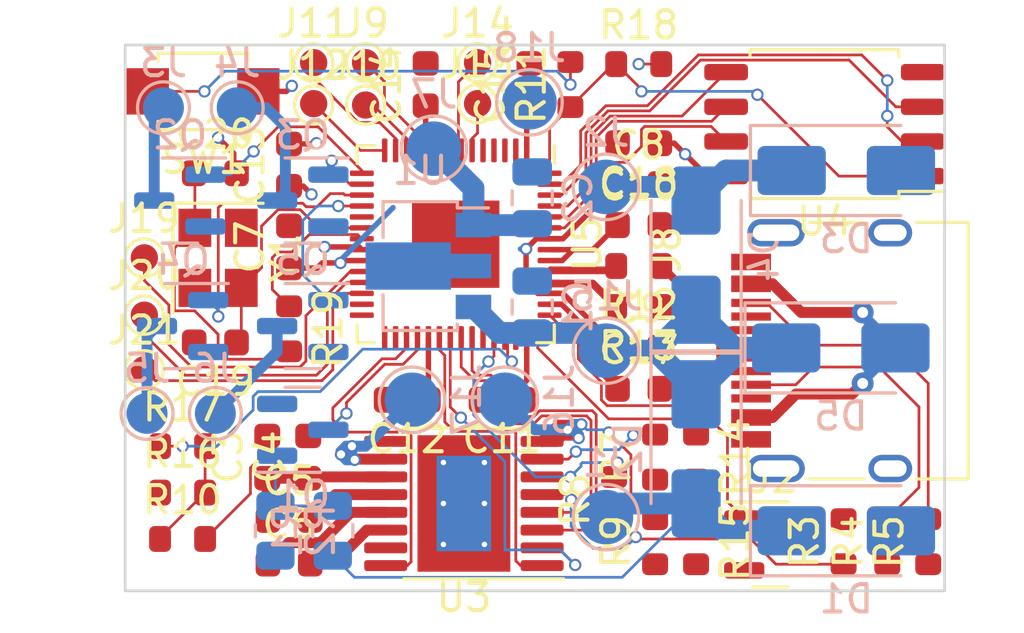
<source format=kicad_pcb>
(kicad_pcb (version 20221018) (generator pcbnew)
  (title_block (title "RP2040-Decoder (USB)") (date "2023-12-05") (rev "0.4"))
  (layers (0 "F.Cu" signal) (1 "In1.Cu" signal) (2 "In2.Cu" signal) (31 "B.Cu" signal) (34 "B.Paste" user) (35 "F.Paste" user) (36 "B.SilkS" user "B.Silkscreen") (37 "F.SilkS" user "F.Silkscreen") (38 "B.Mask" user) (39 "F.Mask" user) (44 "Edge.Cuts" user))
  (net 0 "")
  (net 1 "+V")
  (net 2 "GND")
  (net 3 "+3V3")
  (net 4 "Net-(U3-VCP)")
  (net 5 "Net-(U3-CPH)")
  (net 6 "Net-(U3-CPL)")
  (net 7 "+1V1")
  (net 8 "Net-(U5-XIN)")
  (net 9 "Net-(C20-Pad1)")
  (net 10 "Net-(D1-K)")
  (net 11 "Net-(D3-K)")
  (net 12 "Net-(D5-A)")
  (net 13 "Net-(J3-Pin_1)")
  (net 14 "Net-(J4-Pin_1)")
  (net 15 "Net-(J5-Pin_1)")
  (net 16 "Net-(J6-Pin_1)")
  (net 17 "Net-(J8-CC1)")
  (net 18 "/USB_D+")
  (net 19 "/USB_D-")
  (net 21 "Net-(J8-CC2)")
  (net 23 "Net-(J9-Pin_1)")
  (net 24 "Net-(J10-Pin_1)")
  (net 25 "Net-(J11-Pin_1)")
  (net 26 "Net-(J12-Pin_1)")
  (net 27 "Net-(J13-Pin_1)")
  (net 28 "Net-(J14-Pin_1)")
  (net 29 "/MOTOR_OUT_A")
  (net 30 "/MOTOR_OUT_B")
  (net 31 "Net-(J19-Pin_1)")
  (net 32 "Net-(J20-Pin_1)")
  (net 33 "Net-(J21-Pin_1)")
  (net 34 "Net-(Q1-G)")
  (net 35 "/GPIO21")
  (net 36 "/GPIO13")
  (net 37 "/GPIO14")
  (net 38 "/GPIO15")
  (net 39 "/VREF")
  (net 40 "/GPIO12")
  (net 41 "Net-(U3-IMODE)")
  (net 42 "/ADC_M_CUR")
  (net 43 "Net-(R14-Pad2)")
  (net 44 "Net-(R10-Pad1)")
  (net 45 "Net-(U4-~{CS})")
  (net 46 "Net-(R11-Pad2)")
  (net 47 "/ADC_EMF_A")
  (net 48 "/ADC_EMF_B")
  (net 49 "Net-(U5-XOUT)")
  (net 50 "/GPIO23")
  (net 51 "/GPIO22")
  (net 52 "Net-(U4-DO(IO1))")
  (net 53 "Net-(U4-IO2)")
  (net 54 "Net-(U4-DI(IO0))")
  (net 55 "Net-(U4-CLK)")
  (net 56 "Net-(U4-IO3)")
  (net 66 "/GPIO24")
  (net 67 "/GPIO25")
  (net 69 "/GPIO20")
  (net 71 "/USB_D_MCU+")
  (net 72 "/USB_D_MCU-")
  (footprint "RP2040-Decoder_Additional_Footprints:R_0603_1608Metric_Removed_Silkscreen" (layer "F.Cu") (at 26 30.4 -90)
    (fp_text reference "R19")
    (fp_text value "1k")
  )
  (footprint "Package_DFN_QFN:QFN-56-1EP_7x7mm_P0.4mm_EP3.2x3.2mm" (layer "F.Cu") (at 32.1 27.3 -90)
    (fp_text reference "U5")
    (fp_text value "RP2040")
  )
  (footprint "RP2040-Decoder_Additional_Footprints:C_0603_1608Metric_Removed_Silkscreen" (layer "F.Cu") (at 38.8 23.6 180)
    (fp_text reference "C18")
    (fp_text value "100n")
  )
  (footprint "RP2040-Decoder_Additional_Footprints:TS-1088-AR02016 _footprint" (layer "F.Cu") (at 22.85 21.7 180)
    (fp_text reference "SW1")
    (fp_text value "TS-1088-AR02016")
  )
  (footprint "RP2040-Decoder_Additional_Footprints:C_0603_1608Metric_Removed_Silkscreen" (layer "F.Cu") (at 38.8 26.6)
    (fp_text reference "C10")
    (fp_text value "100n")
  )
  (footprint "RP2040-Decoder_Additional_Footprints:C_0603_1608Metric_Removed_Silkscreen" (layer "F.Cu") (at 34.8 21.45 90)
    (fp_text reference "C15")
    (fp_text value "100n")
  )
  (footprint "RP2040-Decoder_Additional_Footprints:R_0603_1608Metric_Removed_Silkscreen" (layer "F.Cu") (at 39.4 38.2 90)
    (fp_text reference "R9")
    (fp_text value "6k8")
  )
  (footprint "RP2040-Decoder_Additional_Footprints:R_0603_1608Metric_Removed_Silkscreen" (layer "F.Cu") (at 22.1 38.1)
    (fp_text reference "R10")
    (fp_text value "6k8")
  )
  (footprint "RP2040-Decoder_Additional_Footprints:C_0603_1608Metric_Removed_Silkscreen" (layer "F.Cu") (at 26 39)
    (fp_text reference "C6")
    (fp_text value "22n")
  )
  (footprint "Package_TO_SOT_SMD:SOT-23" (layer "F.Cu") (at 43.6 38.3)
    (fp_text reference "U2")
    (fp_text value "LM4040C30FTA")
  )
  (footprint "RP2040-Decoder_Additional_Footprints:C_0603_1608Metric_Removed_Silkscreen" (layer "F.Cu") (at 26 37.4)
    (fp_text reference "C5")
    (fp_text value "100n")
  )
  (footprint "RP2040-Decoder_Additional_Footprints:R_0603_1608Metric_Removed_Silkscreen" (layer "F.Cu") (at 39.4 35.1 90)
    (fp_text reference "R7")
    (fp_text value "0R")
  )
  (footprint "RP2040-Decoder_Additional_Footprints:C_0603_1608Metric_Removed_Silkscreen" (layer "F.Cu") (at 38.8 31.1)
    (fp_text reference "C9")
    (fp_text value "10u")
  )
  (footprint "TestPoint:TestPoint_Pad_D1.0mm" (layer "F.Cu") (at 26.9 22.2)
    (fp_text reference "J12")
    (fp_text value "3")
  )
  (footprint "RP2040-Decoder_Additional_Footprints:R_0603_1608Metric_Removed_Silkscreen" (layer "F.Cu") (at 49.4 38.2 90)
    (fp_text reference "R5")
    (fp_text value "5k1")
  )
  (footprint "Crystal:Crystal_SMD_3225-4Pin_3.2x2.5mm" (layer "F.Cu") (at 23.4 27.8 -90)
    (fp_text reference "Y1")
    (fp_text value "X322512MSB4SI")
  )
  (footprint "RP2040-Decoder_Additional_Footprints:C_0603_1608Metric_Removed_Silkscreen" (layer "F.Cu") (at 25.2 35.1 90)
    (fp_text reference "C3")
    (fp_text value "10u")
  )
  (footprint "RP2040-Decoder_Additional_Footprints:C_0603_1608Metric_Removed_Silkscreen" (layer "F.Cu") (at 30.325 33 180)
    (fp_text reference "C12")
    (fp_text value "100n")
  )
  (footprint "RP2040-Decoder_Additional_Footprints:C_0603_1608Metric_Removed_Silkscreen" (layer "F.Cu") (at 31 21.45 90)
    (fp_text reference "C14")
    (fp_text value "100n")
  )
  (footprint "RP2040-Decoder_Additional_Footprints:R_0603_1608Metric_Removed_Silkscreen" (layer "F.Cu") (at 40.9 35.1 -90)
    (fp_text reference "R14")
    (fp_text value "1k")
  )
  (footprint "TestPoint:TestPoint_Pad_D1.0mm" (layer "F.Cu") (at 32.9 20.65)
    (fp_text reference "J14")
    (fp_text value "5")
  )
  (footprint "TestPoint:TestPoint_Pad_D1.0mm" (layer "F.Cu") (at 20.7 29.9)
    (fp_text reference "J20")
    (fp_text value "SWDIO")
  )
  (footprint "TestPoint:TestPoint_Pad_D1.0mm" (layer "F.Cu") (at 32.9 22.15)
    (fp_text reference "J13")
    (fp_text value "4")
  )
  (footprint "RP2040-Decoder_Additional_Footprints:R_0603_1608Metric_Removed_Silkscreen" (layer "F.Cu") (at 47.9 38.2 90)
    (fp_text reference "R4")
    (fp_text value "5k1")
  )
  (footprint "RP2040-Decoder_Additional_Footprints:SOIC-8_5.23x5.23mm_P1.27mm" (layer "F.Cu") (at 45.6 22.9 180)
    (fp_text reference "U4")
    (fp_text value "W25Q64JVSSIQ")
  )
  (footprint "TestPoint:TestPoint_Pad_D1.0mm" (layer "F.Cu") (at 26.9 20.65)
    (fp_text reference "J11")
    (fp_text value "2")
  )
  (footprint "RP2040-Decoder_Additional_Footprints:R_0603_1608Metric_Removed_Silkscreen" (layer "F.Cu") (at 38.8 29.6 180)
    (fp_text reference "R13")
    (fp_text value "27R")
  )
  (footprint "RP2040-Decoder_Additional_Footprints:C_0603_1608Metric_Removed_Silkscreen" (layer "F.Cu") (at 26 27.4 90)
    (fp_text reference "C7")
    (fp_text value "100n")
  )
  (footprint "RP2040-Decoder_Additional_Footprints:R_0603_1608Metric_Removed_Silkscreen" (layer "F.Cu") (at 22.1 34.7)
    (fp_text reference "R17")
    (fp_text value "1k")
  )
  (footprint "RP2040-Decoder_Additional_Footprints:C_0603_1608Metric_Removed_Silkscreen" (layer "F.Cu") (at 26 24.4 90)
    (fp_text reference "C13")
    (fp_text value "100n")
  )
  (footprint "RP2040-Decoder_Additional_Footprints:R_0603_1608Metric_Removed_Silkscreen" (layer "F.Cu") (at 22.1 36.4)
    (fp_text reference "R16")
    (fp_text value "1k")
  )
  (footprint "RP2040-Decoder_Additional_Footprints:USB_C_Receptacle_HRO_TYPE-C-31-M-12" (layer "F.Cu") (at 46.96 31.2 90)
    (fp_text reference "J8")
    (fp_text value "USB_C_Receptacle_USB2.0")
  )
  (footprint "RP2040-Decoder_Additional_Footprints:C_0603_1608Metric_Removed_Silkscreen" (layer "F.Cu") (at 23.3 30.9 180)
    (fp_text reference "C19")
    (fp_text value "33p")
  )
  (footprint "RP2040-Decoder_Additional_Footprints:C_0603_1608Metric_Removed_Silkscreen" (layer "F.Cu") (at 26.7 35.1 90)
    (fp_text reference "C4")
    (fp_text value "100n")
  )
  (footprint "RP2040-Decoder_Additional_Footprints:R_0603_1608Metric_Removed_Silkscreen" (layer "F.Cu") (at 38.8 20.7)
    (fp_text reference "R18")
    (fp_text value "DNF")
  )
  (footprint "RP2040-Decoder_Additional_Footprints:R_0603_1608Metric_Removed_Silkscreen" (layer "F.Cu") (at 36.3 21.45 90)
    (fp_text reference "R11")
    (fp_text value "1k")
  )
  (footprint "RP2040-Decoder_Additional_Footprints:R_0603_1608Metric_Removed_Silkscreen" (layer "F.Cu") (at 37.9 36.655 90)
    (fp_text reference "R8")
    (fp_text value "1k2")
  )
  (footprint "RP2040-Decoder_Additional_Footprints:R_0603_1608Metric_Removed_Silkscreen" (layer "F.Cu") (at 38.8 28.1 180)
    (fp_text reference "R12")
    (fp_text value "27R")
  )
  (footprint "TestPoint:TestPoint_Pad_D1.0mm" (layer "F.Cu") (at 28.8 22.2)
    (fp_text reference "J10")
    (fp_text value "1")
  )
  (footprint "TestPoint:TestPoint_Pad_D1.0mm" (layer "F.Cu") (at 28.8 20.65)
    (fp_text reference "J9")
    (fp_text value "0")
  )
  (footprint "TestPoint:TestPoint_Pad_D1.0mm" (layer "F.Cu") (at 20.7 31.9)
    (fp_text reference "J21")
    (fp_text value "RUN")
  )
  (footprint "RP2040-Decoder_Additional_Footprints:C_0603_1608Metric_Removed_Silkscreen" (layer "F.Cu") (at 23.3 24.7)
    (fp_text reference "C20")
    (fp_text value "33p")
  )
  (footprint "TestPoint:TestPoint_Pad_D1.0mm" (layer "F.Cu") (at 20.7 27.8)
    (fp_text reference "J19")
    (fp_text value "SWCLK")
  )
  (footprint "RP2040-Decoder_Additional_Footprints:R_0603_1608Metric_Removed_Silkscreen" (layer "F.Cu") (at 46.3 38.2 90)
    (fp_text reference "R3")
    (fp_text value "6k8")
  )
  (footprint "RP2040-Decoder_Additional_Footprints:R_0603_1608Metric_Removed_Silkscreen" (layer "F.Cu") (at 40.9 38.2 -90)
    (fp_text reference "R15")
    (fp_text value "1k")
  )
  (footprint "RP2040-Decoder_Additional_Footprints:C_0603_1608Metric_Removed_Silkscreen" (layer "F.Cu") (at 33.8 33 180)
    (fp_text reference "C11")
    (fp_text value "100n")
  )
  (footprint "RP2040-Decoder_Additional_Footprints:C_0603_1608Metric_Removed_Silkscreen" (layer "F.Cu") (at 38.8 25.1)
    (fp_text reference "C8")
    (fp_text value "100n")
  )
  (footprint "RP2040-Decoder_Additional_Footprints:HTSSOP-16-1EP_4.4x5mm_P0.65mm_EP3.4x5mm_Mask2.46x2.31mm_ThermalVias" (layer "F.Cu") (at 32.4 36.8 180)
    (fp_text reference "U3")
    (fp_text value "DRV8874PWPR")
  )
  (footprint "RP2040-Decoder_Additional_Footprints:C_0603_1608Metric_Removed_Silkscreen" (layer "F.Cu") (at 38.8 32.6)
    (fp_text reference "C17")
    (fp_text value "10u")
  )
  (footprint "TestPoint:TestPoint_Pad_D2.0mm" (layer "B.Cu") (at 37.6 25.2 180)
    (fp_text reference "J2")
    (fp_text value "T1")
  )
  (footprint "Diode_SMD:D_SMA" (layer "B.Cu") (at 40.9 27.7 90)
    (fp_text reference "D4")
    (fp_text value "SS54")
  )
  (footprint "Package_TO_SOT_SMD:SOT-23" (layer "B.Cu") (at 26.5 34.1)
    (fp_text reference "Q1")
    (fp_text value "T2N7002BK")
  )
  (footprint "TestPoint:TestPoint_Pad_D1.5mm" (layer "B.Cu") (at 21.4 22.3 180)
    (fp_text reference "J3")
    (fp_text value "0")
  )
  (footprint "TestPoint:TestPoint_Pad_D1.5mm" (layer "B.Cu") (at 20.8 33.5 180)
    (fp_text reference "J5")
    (fp_text value "2")
  )
  (footprint "TestPoint:TestPoint_Pad_D2.0mm" (layer "B.Cu") (at 37.6 31.2 180)
    (fp_text reference "J15")
    (fp_text value "+V")
  )
  (footprint "Package_TO_SOT_SMD:SOT-23" (layer "B.Cu") (at 26.5 25.7 180)
    (fp_text reference "Q3")
    (fp_text value "T2N7002BK")
  )
  (footprint "TestPoint:TestPoint_Pad_D2.0mm" (layer "B.Cu") (at 30.5 33 90)
    (fp_text reference "J17")
    (fp_text value "M_OUT_A")
  )
  (footprint "Package_TO_SOT_SMD:SOT-89-3" (layer "B.Cu") (at 30.8 28.1 180)
    (fp_text reference "U1")
    (fp_text value "AP7381-33Y-13")
  )
  (footprint "Diode_SMD:D_SMA" (layer "B.Cu") (at 40.9 34.8 -90)
    (fp_text reference "D2")
    (fp_text value "SS54")
  )
  (footprint "Diode_SMD:D_SMA" (layer "B.Cu") (at 46.2 31.1)
    (fp_text reference "D5")
    (fp_text value "SS54")
  )
  (footprint "Package_TO_SOT_SMD:SOT-23" (layer "B.Cu") (at 22.1 30.3 180)
    (fp_text reference "Q4")
    (fp_text value "T2N7002BK")
  )
  (footprint "Package_TO_SOT_SMD:SOT-23" (layer "B.Cu") (at 22 25.7 180)
    (fp_text reference "Q2")
    (fp_text value "T2N7002BK")
  )
  (footprint "TestPoint:TestPoint_Pad_D2.0mm" (layer "B.Cu") (at 37.6 37.3 180)
    (fp_text reference "J1")
    (fp_text value "T0")
  )
  (footprint "Resistor_SMD:R_0805_2012Metric" (layer "B.Cu") (at 25.5 37.8 90)
    (fp_text reference "R2")
    (fp_text value "6k8")
  )
  (footprint "TestPoint:TestPoint_Pad_D2.0mm" (layer "B.Cu") (at 33.9 33 90)
    (fp_text reference "J16")
    (fp_text value "M_OUT_B")
  )
  (footprint "Resistor_SMD:R_0805_2012Metric" (layer "B.Cu") (at 27.6 37.8 -90)
    (fp_text reference "R1")
    (fp_text value "6k8")
  )
  (footprint "Package_TO_SOT_SMD:SOT-23" (layer "B.Cu") (at 26.5 30.3 180)
    (fp_text reference "Q5")
    (fp_text value "T2N7002BK")
  )
  (footprint "TestPoint:TestPoint_Pad_D2.0mm" (layer "B.Cu") (at 31.3 23.8 180)
    (fp_text reference "J7")
    (fp_text value "+3V3")
  )
  (footprint "TestPoint:TestPoint_Pad_D1.5mm" (layer "B.Cu") (at 23.3 33.5 180)
    (fp_text reference "J6")
    (fp_text value "3")
  )
  (footprint "Diode_SMD:D_SMA" (layer "B.Cu") (at 46.4 37.8)
    (fp_text reference "D1")
    (fp_text value "SS54")
  )
  (footprint "Capacitor_SMD:C_0805_2012Metric" (layer "B.Cu") (at 34.9 25.6 90)
    (fp_text reference "C2")
    (fp_text value "10u")
  )
  (footprint "Capacitor_SMD:C_0805_2012Metric" (layer "B.Cu") (at 34.9 29.6 90)
    (fp_text reference "C1")
    (fp_text value "10u")
  )
  (footprint "TestPoint:TestPoint_Pad_D1.5mm" (layer "B.Cu") (at 24.1 22.3 180)
    (fp_text reference "J4")
    (fp_text value "1")
  )
  (footprint "TestPoint:TestPoint_Pad_D2.0mm" (layer "B.Cu") (at 34.8 22.1 180)
    (fp_text reference "J18")
    (fp_text value "GND")
  )
  (footprint "Diode_SMD:D_SMA" (layer "B.Cu") (at 46.4 24.6)
    (fp_text reference "D3")
    (fp_text value "SS54")
  )
  (gr_rect (start 20 20) (end 50 40) (stroke (width 0.1)) (fill none) (layer "Edge.Cuts"))
  (segment (start 26.7 35.875) (end 25.2 35.875) (width 0.4) (layer "F.Cu") (net 1))
  (segment (start 26.75 35.825) (end 26.7 35.875) (width 0.4) (layer "F.Cu") (net 1))
  (segment (start 25.2 37.375) (end 25.225 37.4) (width 0.4) (layer "F.Cu") (net 1))
  (segment (start 29.5375 35.825) (end 26.75 35.825) (width 0.4) (layer "F.Cu") (net 1))
  (segment (start 25.2 35.875) (end 25.2 37.375) (width 0.4) (layer "F.Cu") (net 1))
  (segment (start 42.6 31.1) (end 42.9 31.1) (width 0.8) (layer "B.Cu") (net 1))
  (segment (start 39.4 31.2) (end 40.9 29.7) (width 0.8) (layer "B.Cu") (net 1))
  (segment (start 37.6 31.2) (end 36.95 30.55) (width 0.8) (layer "B.Cu") (net 1))
  (segment (start 40.9 32.7) (end 39.4 31.2) (width 0.8) (layer "B.Cu") (net 1))
  (segment (start 42.3 31.1) (end 40.9 29.7) (width 0.8) (layer "B.Cu") (net 1))
  (segment (start 40.9 32.8) (end 40.9 32.7) (width 0.8) (layer "B.Cu") (net 1))
  (segment (start 33.7 30.55) (end 32.75 29.6) (width 0.8) (layer "B.Cu") (net 1))
  (segment (start 44.2 31.1) (end 42.9 31.1) (width 0.8) (layer "B.Cu") (net 1))
  (segment (start 34.9 30.55) (end 33.7 30.55) (width 0.8) (layer "B.Cu") (net 1))
  (segment (start 40.9 32.8) (end 42.6 31.1) (width 0.8) (layer "B.Cu") (net 1))
  (segment (start 36.95 30.55) (end 34.9 30.55) (width 0.8) (layer "B.Cu") (net 1))
  (segment (start 42.9 31.1) (end 42.3 31.1) (width 0.8) (layer "B.Cu") (net 1))
  (segment (start 37.6 31.2) (end 39.4 31.2) (width 0.8) (layer "B.Cu") (net 1))
  (segment (start 24.875 21.7) (end 25.9 21.7) (width 0.2) (layer "F.Cu") (net 2))
  (segment (start 26.975 23.625) (end 27 23.6) (width 0.2) (layer "F.Cu") (net 2))
  (segment (start 25.9 21.7) (end 26.1 21.5) (width 0.2) (layer "F.Cu") (net 2))
  (segment (start 23.975 23.975) (end 23.4 23.4) (width 0.2) (layer "F.Cu") (net 2))
  (segment (start 23.975 24.3) (end 23.975 23.975) (width 0.2) (layer "F.Cu") (net 2))
  (segment (start 26 23.625) (end 26.975 23.625) (width 0.2) (layer "F.Cu") (net 2))
  (via (at 23.4 23.4) (size 0.45) (drill 0.3) (layers "F.Cu" "B.Cu") (net 2))
  (via (at 27 23.6) (size 0.45) (drill 0.3) (layers "F.Cu" "B.Cu") (net 2))
  (via (at 26.1 21.5) (size 0.45) (drill 0.3) (layers "F.Cu" "B.Cu") (net 2))
  (segment (start 37.385 31.96) (end 38.025 32.6) (width 0.2) (layer "F.Cu") (net 3))
  (segment (start 35.5375 29.5) (end 35.975 29.5) (width 0.2) (layer "F.Cu") (net 3))
  (segment (start 38.025 26.6) (end 37.125 27.5) (width 0.2) (layer "F.Cu") (net 3))
  (segment (start 35.975 29.5) (end 37.385 30.91) (width 0.2) (layer "F.Cu") (net 3))
  (segment (start 39.575 23.6) (end 40.1 23.6) (width 0.2) (layer "F.Cu") (net 3))
  (segment (start 31.1 33) (end 31.1 30.7375) (width 0.2) (layer "F.Cu") (net 3))
  (segment (start 26.521439 25.175) (end 26 25.175) (width 0.2) (layer "F.Cu") (net 3))
  (segment (start 31 23) (end 31 22.225) (width 0.2) (layer "F.Cu") (net 3))
  (segment (start 26 25.481816) (end 26 25.175) (width 0.2) (layer "F.Cu") (net 3))
  (segment (start 34.575 33) (end 34.575 32.412236) (width 0.2) (layer "F.Cu") (net 3))
  (segment (start 42 24.805) (end 41.305 24.805) (width 0.2) (layer "F.Cu") (net 3))
  (segment (start 34.7 23.8625) (end 34.7 22.325) (width 0.2) (layer "F.Cu") (net 3))
  (segment (start 26.820691 25.474252) (end 26.521439 25.175) (width 0.2) (layer "F.Cu") (net 3))
  (segment (start 31.1 23.1) (end 31 23) (width 0.2) (layer "F.Cu") (net 3))
  (segment (start 35.5375 27.9) (end 36 27.9) (width 0.2) (layer "F.Cu") (net 3))
  (segment (start 34.575 32.412236) (end 34.7 32.287236) (width 0.2) (layer "F.Cu") (net 3))
  (segment (start 37.125 27.5) (end 36.4 27.5) (width 0.2) (layer "F.Cu") (net 3))
  (segment (start 41.305 24.805) (end 40.5 24) (width 0.2) (layer "F.Cu") (net 3))
  (segment (start 36 27.9) (end 36.4 27.5) (width 0.2) (layer "F.Cu") (net 3))
  (segment (start 37.385 30.91) (end 37.385 31.96) (width 0.2) (layer "F.Cu") (net 3))
  (segment (start 39.625 20.7) (end 38.7995 20.7) (width 0.1) (layer "F.Cu") (net 3))
  (segment (start 31.1 23.8625) (end 31.1 23.1) (width 0.2) (layer "F.Cu") (net 3))
  (segment (start 27.3 27.4) (end 28.5625 27.4) (width 0.2) (layer "F.Cu") (net 3))
  (segment (start 34.7 32.287236) (end 34.7 30.7375) (width 0.2) (layer "F.Cu") (net 3))
  (segment (start 36.4 27.5) (end 35.5375 27.5) (width 0.2) (layer "F.Cu") (net 3))
  (segment (start 34.7 22.325) (end 34.8 22.225) (width 0.2) (layer "F.Cu") (net 3))
  (segment (start 28.5625 27.4) (end 28.6625 27.5) (width 0.2) (layer "F.Cu") (net 3))
  (segment (start 40.1 23.6) (end 40.5 24) (width 0.2) (layer "F.Cu") (net 3))
  (via (at 40.5 24) (size 0.45) (drill 0.3) (layers "F.Cu" "B.Cu") (net 3))
  (via (at 38.7995 20.7) (size 0.45) (drill 0.3) (layers "F.Cu" "B.Cu") (net 3))
  (via (at 27.3 27.4) (size 0.45) (drill 0.3) (layers "F.Cu" "B.Cu") (net 3))
  (via (at 26.820691 25.474252) (size 0.45) (drill 0.3) (layers "F.Cu" "B.Cu") (net 3))
  (segment (start 32.75 25.25) (end 31.3 23.8) (width 0.8) (layer "B.Cu") (net 3))
  (segment (start 34.85 26.6) (end 34.9 26.55) (width 0.8) (layer "B.Cu") (net 3))
  (segment (start 32.75 26.6) (end 34.85 26.6) (width 0.8) (layer "B.Cu") (net 3))
  (segment (start 32.75 26.6) (end 32.75 25.25) (width 0.8) (layer "B.Cu") (net 3))
  (segment (start 27.7 36.475) (end 29.5375 36.475) (width 0.4) (layer "F.Cu") (net 4))
  (segment (start 26.775 37.4) (end 27.7 36.475) (width 0.4) (layer "F.Cu") (net 4))
  (segment (start 25.99 38.235) (end 25.225 39) (width 0.4) (layer "F.Cu") (net 5))
  (segment (start 28.259556 37.125) (end 27.149556 38.235) (width 0.4) (layer "F.Cu") (net 5))
  (segment (start 29.5375 37.125) (end 28.259556 37.125) (width 0.4) (layer "F.Cu") (net 5))
  (segment (start 27.149556 38.235) (end 25.99 38.235) (width 0.4) (layer "F.Cu") (net 5))
  (segment (start 27.620686 39) (end 28.845686 37.775) (width 0.4) (layer "F.Cu") (net 6))
  (segment (start 26.775 39) (end 27.620686 39) (width 0.4) (layer "F.Cu") (net 6))
  (segment (start 28.845686 37.775) (end 29.5375 37.775) (width 0.4) (layer "F.Cu") (net 6))
  (segment (start 27.966661 27.9) (end 28.6625 27.9) (width 0.2) (layer "F.Cu") (net 7))
  (segment (start 27.214184 27.985816) (end 27.025 28.175) (width 0.2) (layer "F.Cu") (net 7))
  (segment (start 36.025 29.1) (end 35.5375 29.1) (width 0.2) (layer "F.Cu") (net 7))
  (segment (start 27.025 28.175) (end 26 28.175) (width 0.2) (layer "F.Cu") (net 7))
  (segment (start 34.675663 27.4745) (end 34.675663 28.675663) (width 0.2) (layer "F.Cu") (net 7))
  (segment (start 27.880845 27.985816) (end 27.966661 27.9) (width 0.2) (layer "F.Cu") (net 7))
  (segment (start 36.025 27.1) (end 35.5375 27.1) (width 0.2) (layer "F.Cu") (net 7))
  (segment (start 38.025 31.1) (end 36.025 29.1) (width 0.2) (layer "F.Cu") (net 7))
  (segment (start 35.1 29.1) (end 35.5375 29.1) (width 0.2) (layer "F.Cu") (net 7))
  (segment (start 38.025 25.1) (end 36.025 27.1) (width 0.2) (layer "F.Cu") (net 7))
  (segment (start 27.880845 27.985816) (end 27.214184 27.985816) (width 0.2) (layer "F.Cu") (net 7))
  (segment (start 34.675663 28.675663) (end 35.1 29.1) (width 0.2) (layer "F.Cu") (net 7))
  (segment (start 35.050163 27.1) (end 34.675663 27.4745) (width 0.2) (layer "F.Cu") (net 7))
  (segment (start 35.5375 27.1) (end 35.050163 27.1) (width 0.2) (layer "F.Cu") (net 7))
  (via (at 34.675663 27.4745) (size 0.45) (drill 0.3) (layers "F.Cu" "B.Cu") (net 7))
  (via (at 27.880845 27.985816) (size 0.45) (drill 0.3) (layers "F.Cu" "B.Cu") (net 7))
  (segment (start 27.880845 27.883953) (end 29.804798 25.96) (width 0.2) (layer "B.Cu") (net 7))
  (segment (start 34.47032 27.4745) (end 34.675663 27.4745) (width 0.2) (layer "B.Cu") (net 7))
  (segment (start 27.880845 27.985816) (end 27.880845 27.883953) (width 0.2) (layer "B.Cu") (net 7))
  (segment (start 24.99 26.637576) (end 24.99 28.16) (width 0.1) (layer "F.Cu") (net 8))
  (segment (start 25.592576 26.035) (end 24.99 26.637576) (width 0.1) (layer "F.Cu") (net 8))
  (segment (start 28.6625 26.7) (end 27.072424 26.7) (width 0.1) (layer "F.Cu") (net 8))
  (segment (start 24.25 30.725) (end 24.075 30.9) (width 0.1) (layer "F.Cu") (net 8))
  (segment (start 26.407424 26.035) (end 25.592576 26.035) (width 0.1) (layer "F.Cu") (net 8))
  (segment (start 24.25 28.9) (end 24.25 30.725) (width 0.1) (layer "F.Cu") (net 8))
  (segment (start 27.072424 26.7) (end 26.407424 26.035) (width 0.1) (layer "F.Cu") (net 8))
  (segment (start 24.99 28.16) (end 24.25 28.9) (width 0.1) (layer "F.Cu") (net 8))
  (segment (start 21.8 27.45) (end 22.55 26.7) (width 0.1) (layer "F.Cu") (net 9))
  (segment (start 21.81 29.74) (end 21.8 29.73) (width 0.1) (layer "F.Cu") (net 9))
  (segment (start 22.55 24.425) (end 22.425 24.3) (width 0.1) (layer "F.Cu") (net 9))
  (segment (start 23.692576 31.515) (end 23.4 31.222424) (width 0.1) (layer "F.Cu") (net 9))
  (segment (start 21.8 29.73) (end 21.8 27.45) (width 0.1) (layer "F.Cu") (net 9))
  (segment (start 26 31.225) (end 25.71 31.515) (width 0.1) (layer "F.Cu") (net 9))
  (segment (start 22.55 26.7) (end 22.55 24.425) (width 0.1) (layer "F.Cu") (net 9))
  (segment (start 25.71 31.515) (end 23.692576 31.515) (width 0.1) (layer "F.Cu") (net 9))
  (segment (start 23.4 30.6) (end 22.54 29.74) (width 0.1) (layer "F.Cu") (net 9))
  (segment (start 22.54 29.74) (end 21.81 29.74) (width 0.1) (layer "F.Cu") (net 9))
  (segment (start 23.4 31.222424) (end 23.4 30.6) (width 0.1) (layer "F.Cu") (net 9))
  (segment (start 27.6 38.7125) (end 28.392854 39.505354) (width 0.1) (layer "B.Cu") (net 10))
  (segment (start 28.392854 39.505354) (end 38.194646 39.505354) (width 0.1) (layer "B.Cu") (net 10))
  (segment (start 38.194646 39.505354) (end 40.9 36.8) (width 0.1) (layer "B.Cu") (net 10))
  (segment (start 44.4 37.8) (end 41.9 37.8) (width 0.8) (layer "B.Cu") (net 10))
  (segment (start 37.6 37.3) (end 38.1 36.8) (width 0.8) (layer "B.Cu") (net 10))
  (segment (start 38.1 36.8) (end 40.9 36.8) (width 0.8) (layer "B.Cu") (net 10))
  (segment (start 41.9 37.8) (end 40.9 36.8) (width 0.8) (layer "B.Cu") (net 10))
  (segment (start 42 24.6) (end 40.9 25.7) (width 0.8) (layer "B.Cu") (net 11))
  (segment (start 44.4 24.6) (end 42 24.6) (width 0.8) (layer "B.Cu") (net 11))
  (segment (start 37.6 25.2) (end 40.4 25.2) (width 0.8) (layer "B.Cu") (net 11))
  (segment (start 40.4 25.2) (end 40.9 25.7) (width 0.8) (layer "B.Cu") (net 11))
  (segment (start 42.915 28.75) (end 43.698328 28.75) (width 0.4) (layer "F.Cu") (net 12))
  (segment (start 46.610042 32.79) (end 47.000042 32.4) (width 0.4) (layer "F.Cu") (net 12))
  (segment (start 43.698328 28.75) (end 44.748328 29.8) (width 0.4) (layer "F.Cu") (net 12))
  (segment (start 44.558328 32.79) (end 46.610042 32.79) (width 0.4) (layer "F.Cu") (net 12))
  (segment (start 43.698328 33.65) (end 44.558328 32.79) (width 0.4) (layer "F.Cu") (net 12))
  (segment (start 44.748328 29.8) (end 47 29.8) (width 0.4) (layer "F.Cu") (net 12))
  (segment (start 42.915 33.65) (end 43.698328 33.65) (width 0.4) (layer "F.Cu") (net 12))
  (via (at 47.000042 32.4) (size 0.8) (drill 0.4) (layers "F.Cu" "B.Cu") (net 12))
  (via (at 47 29.8) (size 0.8) (drill 0.4) (layers "F.Cu" "B.Cu") (net 12))
  (segment (start 47.000042 32.299958) (end 47.000042 32.4) (width 0.4) (layer "B.Cu") (net 12))
  (segment (start 48.2 31.1) (end 47 29.9) (width 0.4) (layer "B.Cu") (net 12))
  (segment (start 47 29.9) (end 47 29.8) (width 0.4) (layer "B.Cu") (net 12))
  (segment (start 48.2 31.1) (end 47.000042 32.299958) (width 0.4) (layer "B.Cu") (net 12))
  (segment (start 21.0625 25.7) (end 21.0625 22.6375) (width 0.4) (layer "B.Cu") (net 13))
  (segment (start 21.0625 22.6375) (end 21.4 22.3) (width 0.4) (layer "B.Cu") (net 13))
  (segment (start 25.16066 22.3) (end 24.1 22.3) (width 0.4) (layer "B.Cu") (net 14))
  (segment (start 25.8625 23.00184) (end 25.16066 22.3) (width 0.4) (layer "B.Cu") (net 14))
  (segment (start 25.8625 25.4) (end 25.8625 23.00184) (width 0.4) (layer "B.Cu") (net 14))
  (segment (start 25.5625 25.7) (end 25.8625 25.4) (width 0.4) (layer "B.Cu") (net 14))
  (segment (start 20.8 33.5) (end 20.8 30.6625) (width 0.4) (layer "B.Cu") (net 15))
  (segment (start 20.8 30.6625) (end 21.1625 30.3) (width 0.4) (layer "B.Cu") (net 15))
  (segment (start 25.5625 31.2375) (end 25.5625 30.3) (width 0.4) (layer "B.Cu") (net 16))
  (segment (start 23.3 33.5) (end 25.5625 31.2375) (width 0.4) (layer "B.Cu") (net 16))
  (segment (start 42.915 32.45) (end 44.55 32.45) (width 0.1) (layer "F.Cu") (net 17))
  (segment (start 47.6 31.8) (end 49.06 33.26) (width 0.1) (layer "F.Cu") (net 17))
  (segment (start 45.2 31.8) (end 47.6 31.8) (width 0.1) (layer "F.Cu") (net 17))
  (segment (start 44.55 32.45) (end 45.2 31.8) (width 0.1) (layer "F.Cu") (net 17))
  (segment (start 49.06 36.215) (end 47.9 37.375) (width 0.1) (layer "F.Cu") (net 17))
  (segment (start 49.06 33.26) (end 49.06 36.215) (width 0.1) (layer "F.Cu") (net 17))
  (segment (start 42.915 30.45) (end 43.75 30.45) (width 0.28) (layer "F.Cu") (net 18))
  (segment (start 43.87 30.57) (end 43.87 31.33) (width 0.28) (layer "F.Cu") (net 18))
  (segment (start 42.332 30.458) (end 41.983 30.458) (width 0.284) (layer "F.Cu") (net 18))
  (segment (start 41.983 30.458) (end 40.78276 29.25776) (width 0.284) (layer "F.Cu") (net 18))
  (segment (start 42.34 30.45) (end 42.33 30.46) (width 0.28) (layer "F.Cu") (net 18))
  (segment (start 43.75 31.45) (end 42.915 31.45) (width 0.28) (layer "F.Cu") (net 18))
  (segment (start 42.915 30.45) (end 42.34 30.45) (width 0.28) (layer "F.Cu") (net 18))
  (segment (start 40.78276 29.25776) (end 39.625 28.1) (width 0.284) (layer "F.Cu") (net 18))
  (segment (start 42.34 30.45) (end 42.332 30.458) (width 0.284) (layer "F.Cu") (net 18))
  (segment (start 43.87 31.33) (end 43.75 31.45) (width 0.28) (layer "F.Cu") (net 18))
  (segment (start 43.75 30.45) (end 43.87 30.57) (width 0.28) (layer "F.Cu") (net 18))
  (segment (start 42.33 30.46) (end 41.985 30.46) (width 0.28) (layer "F.Cu") (net 18))
  (segment (start 41.985 30.46) (end 39.625 28.1) (width 0.28) (layer "F.Cu") (net 18))
  (segment (start 42.34 30.95) (end 42.332 30.942) (width 0.284) (layer "F.Cu") (net 19))
  (segment (start 40.446177 29.6) (end 39.625 29.6) (width 0.28) (layer "F.Cu") (net 19))
  (segment (start 41.78252 31.82652) (end 41.906 31.95) (width 0.284) (layer "F.Cu") (net 19))
  (segment (start 42.33 30.94) (end 41.786177 30.94) (width 0.28) (layer "F.Cu") (net 19))
  (segment (start 42.34 30.95) (end 42.33 30.94) (width 0.28) (layer "F.Cu") (net 19))
  (segment (start 40.44052 29.6) (end 39.625 29.6) (width 0.284) (layer "F.Cu") (net 19))
  (segment (start 42.915 30.95) (end 42.34 30.95) (width 0.28) (layer "F.Cu") (net 19))
  (segment (start 42.332 30.942) (end 41.78252 30.942) (width 0.284) (layer "F.Cu") (net 19))
  (segment (start 41.78252 30.942) (end 41.78252 31.82652) (width 0.284) (layer "F.Cu") (net 19))
  (segment (start 41.906 31.95) (end 42.915 31.95) (width 0.284) (layer "F.Cu") (net 19))
  (segment (start 41.786177 30.94) (end 40.446177 29.6) (width 0.28) (layer "F.Cu") (net 19))
  (segment (start 41.78252 30.942) (end 40.44052 29.6) (width 0.284) (layer "F.Cu") (net 19))
  (segment (start 49.4 37.375) (end 49.4 32.4) (width 0.1) (layer "F.Cu") (net 21))
  (segment (start 48 31) (end 45.04 31) (width 0.1) (layer "F.Cu") (net 21))
  (segment (start 45.04 31) (end 43.49 29.45) (width 0.1) (layer "F.Cu") (net 21))
  (segment (start 43.49 29.45) (end 42.915 29.45) (width 0.1) (layer "F.Cu") (net 21))
  (segment (start 49.4 32.4) (end 48 31) (width 0.1) (layer "F.Cu") (net 21))
  (segment (start 29.49 21.34) (end 28.8 20.65) (width 0.1) (layer "F.Cu") (net 23))
  (segment (start 29.49 22.062424) (end 29.49 21.34) (width 0.1) (layer "F.Cu") (net 23))
  (segment (start 30.7 23.272424) (end 29.49 22.062424) (width 0.1) (layer "F.Cu") (net 23))
  (segment (start 30.7 23.8625) (end 30.7 23.272424) (width 0.1) (layer "F.Cu") (net 23))
  (segment (start 29.075 22.2) (end 28.8 22.2) (width 0.1) (layer "F.Cu") (net 24))
  (segment (start 30.3 23.8625) (end 30.3 23.425) (width 0.1) (layer "F.Cu") (net 24))
  (segment (start 30.3 23.425) (end 29.075 22.2) (width 0.1) (layer "F.Cu") (net 24))
  (segment (start 29.9 23.8625) (end 29.9 23.425) (width 0.1) (layer "F.Cu") (net 25))
  (segment (start 29.315 22.84) (end 28.534903 22.84) (width 0.1) (layer "F.Cu") (net 25))
  (segment (start 28.534903 22.84) (end 26.9 21.205097) (width 0.1) (layer "F.Cu") (net 25))
  (segment (start 29.9 23.425) (end 29.315 22.84) (width 0.1) (layer "F.Cu") (net 25))
  (segment (start 26.9 21.205097) (end 26.9 20.65) (width 0.1) (layer "F.Cu") (net 25))
  (segment (start 28.6125 23.8625) (end 26.9 22.15) (width 0.1) (layer "F.Cu") (net 26))
  (segment (start 29.5 23.8625) (end 28.6125 23.8625) (width 0.1) (layer "F.Cu") (net 26))
  (segment (start 32.9 23.225) (end 32.9 22.15) (width 0.1) (layer "F.Cu") (net 27))
  (segment (start 32.7 23.425) (end 32.9 23.225) (width 0.1) (layer "F.Cu") (net 27))
  (segment (start 32.7 23.8625) (end 32.7 23.425) (width 0.1) (layer "F.Cu") (net 27))
  (segment (start 32.2 21.35) (end 32.9 20.65) (width 0.1) (layer "F.Cu") (net 28))
  (segment (start 32.3 23.8625) (end 32.2 23.7625) (width 0.1) (layer "F.Cu") (net 28))
  (segment (start 32.2 23.7625) (end 32.2 21.35) (width 0.1) (layer "F.Cu") (net 28))
  (segment (start 35.2625 34.525) (end 35.8575 33.93) (width 0.4) (layer "F.Cu") (net 29))
  (segment (start 35.4915 34.296) (end 36.6 34.296) (width 0.4) (layer "F.Cu") (net 29))
  (segment (start 35.2625 34.525) (end 35.775 34.525) (width 0.4) (layer "F.Cu") (net 29))
  (segment (start 35.775 34.525) (end 36.2 34.1) (width 0.4) (layer "F.Cu") (net 29))
  (segment (start 35.8575 33.93) (end 36.67 33.93) (width 0.4) (layer "F.Cu") (net 29))
  (segment (start 39.4 37.375) (end 38.515 36.49) (width 0.1) (layer "F.Cu") (net 29))
  (segment (start 38.515 36.49) (end 38.515 35.015004) (width 0.1) (layer "F.Cu") (net 29))
  (segment (start 35.2625 34.525) (end 35.4915 34.296) (width 0.4) (layer "F.Cu") (net 29))
  (segment (start 38.515 35.015004) (end 37.699998 34.200002) (width 0.1) (layer "F.Cu") (net 29))
  (via (at 36.7 33.9) (size 0.45) (drill 0.3) (layers "F.Cu" "B.Cu") (net 29))
  (via (at 36.2 34.1) (size 0.45) (drill 0.3) (layers "F.Cu" "B.Cu") (net 29))
  (via (at 36.6 34.4) (size 0.45) (drill 0.3) (layers "F.Cu" "B.Cu") (net 29))
  (via (at 37.699998 34.200002) (size 0.45) (drill 0.3) (layers "F.Cu" "B.Cu") (net 29))
  (segment (start 37.599996 34.1) (end 36.9 34.1) (width 0.1) (layer "B.Cu") (net 29))
  (segment (start 35 34.1) (end 33.9 33) (width 0.4) (layer "B.Cu") (net 29))
  (segment (start 36.7 33.9) (end 36.4 33.9) (width 0.4) (layer "B.Cu") (net 29))
  (segment (start 36.2 34.1) (end 36.404 34.1) (width 0.4) (layer "B.Cu") (net 29))
  (segment (start 36.4 33.9) (end 36.2 34.1) (width 0.4) (layer "B.Cu") (net 29))
  (segment (start 37.599996 34.1) (end 37.699998 34.200002) (width 0.1) (layer "B.Cu") (net 29))
  (segment (start 36.404 34.1) (end 36.6 34.296) (width 0.4) (layer "B.Cu") (net 29))
  (segment (start 36.9 34.1) (end 36.7 33.9) (width 0.1) (layer "B.Cu") (net 29))
  (segment (start 36.2 34.1) (end 35 34.1) (width 0.4) (layer "B.Cu") (net 29))
  (segment (start 28.425 35.175) (end 28.4 35.2) (width 0.4) (layer "F.Cu") (net 30))
  (segment (start 22.925 38.1) (end 24.585 36.44) (width 0.1) (layer "F.Cu") (net 30))
  (segment (start 28.4 35.2) (end 28.1 34.9) (width 0.4) (layer "F.Cu") (net 30))
  (segment (start 24.585 36.44) (end 24.585 35.492576) (width 0.1) (layer "F.Cu") (net 30))
  (segment (start 28.1 34.9) (end 28.1 34.7) (width 0.4) (layer "F.Cu") (net 30))
  (segment (start 28.1 34.7) (end 28.3 34.7) (width 0.4) (layer "F.Cu") (net 30))
  (segment (start 29.5375 35.175) (end 28.425 35.175) (width 0.4) (layer "F.Cu") (net 30))
  (segment (start 27.9 34.9) (end 28.1 34.7) (width 0.4) (layer "F.Cu") (net 30))
  (segment (start 24.585 35.492576) (end 24.902576 35.175) (width 0.1) (layer "F.Cu") (net 30))
  (segment (start 27.9 35) (end 27.9 34.9) (width 0.4) (layer "F.Cu") (net 30))
  (via (at 28.4 35.2) (size 0.45) (drill 0.3) (layers "F.Cu" "B.Cu") (net 30))
  (via (at 27.9 35) (size 0.45) (drill 0.3) (layers "F.Cu" "B.Cu") (net 30))
  (via (at 28.3 34.7) (size 0.45) (drill 0.3) (layers "F.Cu" "B.Cu") (net 30))
  (segment (start 28.8 34.7) (end 30.5 33) (width 0.4) (layer "B.Cu") (net 30))
  (segment (start 27.9 35) (end 27.9 34.9) (width 0.4) (layer "B.Cu") (net 30))
  (segment (start 27.9 34.9) (end 28.1 34.7) (width 0.4) (layer "B.Cu") (net 30))
  (segment (start 28.3 34.7) (end 28.8 34.7) (width 0.4) (layer "B.Cu") (net 30))
  (segment (start 28.3 35.1) (end 28.4 35.2) (width 0.4) (layer "B.Cu") (net 30))
  (segment (start 28.4 35.2) (end 28.1 35.2) (width 0.4) (layer "B.Cu") (net 30))
  (segment (start 28.1 35.2) (end 27.9 35) (width 0.4) (layer "B.Cu") (net 30))
  (segment (start 28.1 34.7) (end 28.3 34.7) (width 0.4) (layer "B.Cu") (net 30))
  (segment (start 28.3 34.7) (end 28.3 35.1) (width 0.4) (layer "B.Cu") (net 30))
  (segment (start 28.236374 28.3) (end 26.615 29.921374) (width 0.1) (layer "F.Cu") (net 31))
  (segment (start 26.4 31.8) (end 22.427576 31.8) (width 0.1) (layer "F.Cu") (net 31))
  (segment (start 20.7 28.63) (end 20.7 27.8) (width 0.1) (layer "F.Cu") (net 31))
  (segment (start 26.615 31.585) (end 26.4 31.8) (width 0.1) (layer "F.Cu") (net 31))
  (segment (start 26.615 29.921374) (end 26.615 31.585) (width 0.1) (layer "F.Cu") (net 31))
  (segment (start 22.427576 31.8) (end 21.6 30.972424) (width 0.1) (layer "F.Cu") (net 31))
  (segment (start 21.6 29.53) (end 20.7 28.63) (width 0.1) (layer "F.Cu") (net 31))
  (segment (start 28.6625 28.3) (end 28.236374 28.3) (width 0.1) (layer "F.Cu") (net 31))
  (segment (start 21.6 30.972424) (end 21.6 29.53) (width 0.1) (layer "F.Cu") (net 31))
  (segment (start 27 32.1) (end 22.192894 32.1) (width 0.1) (layer "F.Cu") (net 32))
  (segment (start 22.192894 32.1) (end 20.7 30.607106) (width 0.1) (layer "F.Cu") (net 32))
  (segment (start 28.105074 28.7) (end 27.4 29.405074) (width 0.1) (layer "F.Cu") (net 32))
  (segment (start 20.7 30.607106) (end 20.7 29.9) (width 0.1) (layer "F.Cu") (net 32))
  (segment (start 27.4 31.7) (end 27 32.1) (width 0.1) (layer "F.Cu") (net 32))
  (segment (start 28.6625 28.7) (end 28.105074 28.7) (width 0.1) (layer "F.Cu") (net 32))
  (segment (start 27.4 29.405074) (end 27.4 31.7) (width 0.1) (layer "F.Cu") (net 32))
  (segment (start 28.6625 29.1) (end 28.006374 29.1) (width 0.1) (layer "F.Cu") (net 33))
  (segment (start 27.6 31.9) (end 27.2 32.3) (width 0.1) (layer "F.Cu") (net 33))
  (segment (start 21.1 32.3) (end 20.7 31.9) (width 0.1) (layer "F.Cu") (net 33))
  (segment (start 27.6 29.506374) (end 27.6 31.9) (width 0.1) (layer "F.Cu") (net 33))
  (segment (start 28.006374 29.1) (end 27.6 29.506374) (width 0.1) (layer "F.Cu") (net 33))
  (segment (start 27.2 32.3) (end 21.1 32.3) (width 0.1) (layer "F.Cu") (net 33))
  (segment (start 25.5 36.8875) (end 25.5 35.1125) (width 0.1) (layer "B.Cu") (net 34))
  (segment (start 25.5 35.1125) (end 25.5625 35.05) (width 0.1) (layer "B.Cu") (net 34))
  (segment (start 25.5 36.8875) (end 27.6 36.8875) (width 0.1) (layer "B.Cu") (net 34))
  (segment (start 30.7 30.7375) (end 30.7 31.175) (width 0.1) (layer "F.Cu") (net 35))
  (segment (start 30.175 31.7) (end 29.5 31.7) (width 0.1) (layer "F.Cu") (net 35))
  (segment (start 30.7 31.175) (end 30.175 31.7) (width 0.1) (layer "F.Cu") (net 35))
  (segment (start 29.5 31.7) (end 28.1 33.1) (width 0.1) (layer "F.Cu") (net 35))
  (segment (start 28.1 33.1) (end 28.1 33.5) (width 0.1) (layer "F.Cu") (net 35))
  (via (at 28.1 33.5) (size 0.45) (drill 0.3) (layers "F.Cu" "B.Cu") (net 35))
  (segment (start 27.4375 34.1) (end 28.0375 33.5) (width 0.1) (layer "B.Cu") (net 35))
  (segment (start 28.0375 33.5) (end 28.1 33.5) (width 0.1) (layer "B.Cu") (net 35))
  (segment (start 27.55719 24.43219) (end 27.55719 24.24281) (width 0.1) (layer "F.Cu") (net 36))
  (segment (start 28.225 25.1) (end 27.55719 24.43219) (width 0.1) (layer "F.Cu") (net 36))
  (segment (start 28.6625 25.1) (end 28.225 25.1) (width 0.1) (layer "F.Cu") (net 36))
  (via (at 27.55719 24.24281) (size 0.45) (drill 0.3) (layers "F.Cu" "B.Cu") (net 36))
  (segment (start 27.4375 24.75) (end 27.4375 24.3625) (width 0.1) (layer "B.Cu") (net 36))
  (segment (start 27.4375 24.3625) (end 27.55719 24.24281) (width 0.1) (layer "B.Cu") (net 36))
  (segment (start 27.023629 25.928252) (end 26.628252 25.928252) (width 0.1) (layer "F.Cu") (net 37))
  (segment (start 26.5 25.8) (end 23.57 25.8) (width 0.1) (layer "F.Cu") (net 37))
  (segment (start 23.406591 25.963409) (end 23.406591 29.947783) (width 0.1) (layer "F.Cu") (net 37))
  (segment (start 27.988053 25.446) (end 27.505881 25.446) (width 0.1) (layer "F.Cu") (net 37))
  (segment (start 26.628252 25.928252) (end 26.5 25.8) (width 0.1) (layer "F.Cu") (net 37))
  (segment (start 28.6625 25.5) (end 28.042053 25.5) (width 0.1) (layer "F.Cu") (net 37))
  (segment (start 27.505881 25.446) (end 27.023629 25.928252) (width 0.1) (layer "F.Cu") (net 37))
  (segment (start 28.042053 25.5) (end 27.988053 25.446) (width 0.1) (layer "F.Cu") (net 37))
  (segment (start 23.57 25.8) (end 23.406591 25.963409) (width 0.1) (layer "F.Cu") (net 37))
  (via (at 23.406591 29.947783) (size 0.45) (drill 0.3) (layers "F.Cu" "B.Cu") (net 37))
  (segment (start 23.406591 29.719091) (end 23.0375 29.35) (width 0.1) (layer "B.Cu") (net 37))
  (segment (start 23.406591 29.947783) (end 23.406591 29.719091) (width 0.1) (layer "B.Cu") (net 37))
  (segment (start 28.6625 25.9) (end 27.8 25.9) (width 0.1) (layer "F.Cu") (net 38))
  (via (at 27.8 25.9) (size 0.45) (drill 0.3) (layers "F.Cu" "B.Cu") (net 38))
  (segment (start 26.5 28.4125) (end 27.4375 29.35) (width 0.1) (layer "B.Cu") (net 38))
  (segment (start 27.035722 25.9) (end 26.5 26.435722) (width 0.1) (layer "B.Cu") (net 38))
  (segment (start 27.8 25.9) (end 27.035722 25.9) (width 0.1) (layer "B.Cu") (net 38))
  (segment (start 26.5 26.435722) (end 26.5 28.4125) (width 0.1) (layer "B.Cu") (net 38))
  (segment (start 35.5375 29.9) (end 36.59 30.9525) (width 0.1) (layer "F.Cu") (net 39))
  (segment (start 38.762238 38.1) (end 41.9125 38.1) (width 0.1) (layer "F.Cu") (net 39))
  (segment (start 42.05 36.7375) (end 42.6625 37.35) (width 0.1) (layer "F.Cu") (net 39))
  (segment (start 36.327966 36.658801) (end 36.144165 36.475) (width 0.1) (layer "F.Cu") (net 39))
  (segment (start 40.915 33.215) (end 42.05 34.35) (width 0.1) (layer "F.Cu") (net 39))
  (segment (start 37.435 33.007424) (end 37.642576 33.215) (width 0.1) (layer "F.Cu") (net 39))
  (segment (start 37.435 32.349412) (end 37.435 33.007424) (width 0.1) (layer "F.Cu") (net 39))
  (segment (start 43.825 39.025) (end 42.6625 37.8625) (width 0.1) (layer "F.Cu") (net 39))
  (segment (start 36.59 31.504412) (end 37.435 32.349412) (width 0.1) (layer "F.Cu") (net 39))
  (segment (start 37.642576 33.215) (end 40.915 33.215) (width 0.1) (layer "F.Cu") (net 39))
  (segment (start 38.692226 38.029988) (end 38.762238 38.1) (width 0.1) (layer "F.Cu") (net 39))
  (segment (start 36.144165 36.475) (end 35.2625 36.475) (width 0.1) (layer "F.Cu") (net 39))
  (segment (start 46.3 39.025) (end 43.825 39.025) (width 0.1) (layer "F.Cu") (net 39))
  (segment (start 36.59 30.9525) (end 36.59 31.504412) (width 0.1) (layer "F.Cu") (net 39))
  (segment (start 42.6625 37.8625) (end 42.6625 37.35) (width 0.1) (layer "F.Cu") (net 39))
  (segment (start 41.9125 38.1) (end 42.6625 37.35) (width 0.1) (layer "F.Cu") (net 39))
  (segment (start 42.05 34.35) (end 42.05 36.7375) (width 0.1) (layer "F.Cu") (net 39))
  (via (at 36.327966 36.658801) (size 0.45) (drill 0.3) (layers "F.Cu" "B.Cu") (net 39))
  (via (at 38.692226 38.029988) (size 0.45) (drill 0.3) (layers "F.Cu" "B.Cu") (net 39))
  (segment (start 36.327966 37.64017) (end 37.127796 38.44) (width 0.1) (layer "B.Cu") (net 39))
  (segment (start 38.282214 38.44) (end 38.692226 38.029988) (width 0.1) (layer "B.Cu") (net 39))
  (segment (start 37.127796 38.44) (end 38.282214 38.44) (width 0.1) (layer "B.Cu") (net 39))
  (segment (start 36.327966 36.658801) (end 36.327966 37.64017) (width 0.1) (layer "B.Cu") (net 39))
  (segment (start 28.6625 24.7) (end 28.6625 24.6) (width 0.1) (layer "F.Cu") (net 40))
  (segment (start 28.6625 24.6) (end 27.0625 23) (width 0.1) (layer "F.Cu") (net 40))
  (segment (start 25.6 23) (end 24.7 23.9) (width 0.1) (layer "F.Cu") (net 40))
  (segment (start 27.0625 23) (end 25.6 23) (width 0.1) (layer "F.Cu") (net 40))
  (via (at 24.7 23.9) (size 0.45) (drill 0.3) (layers "F.Cu" "B.Cu") (net 40))
  (segment (start 22.9375 24.75) (end 23.85 24.75) (width 0.1) (layer "B.Cu") (net 40))
  (segment (start 23.85 24.75) (end 24.7 23.9) (width 0.1) (layer "B.Cu") (net 40))
  (segment (start 36.225 35.175) (end 36.5 34.9) (width 0.1) (layer "F.Cu") (net 41))
  (segment (start 38.6 34.3) (end 39.375 34.3) (width 0.1) (layer "F.Cu") (net 41))
  (segment (start 35.2625 35.175) (end 36.225 35.175) (width 0.1) (layer "F.Cu") (net 41))
  (segment (start 39.375 34.3) (end 39.4 34.275) (width 0.1) (layer "F.Cu") (net 41))
  (via (at 36.5 34.9) (size 0.45) (drill 0.3) (layers "F.Cu" "B.Cu") (net 41))
  (via (at 38.6 34.3) (size 0.45) (drill 0.3) (layers "F.Cu" "B.Cu") (net 41))
  (segment (start 38.071 34.829) (end 36.571 34.829) (width 0.1) (layer "B.Cu") (net 41))
  (segment (start 38.6 34.3) (end 38.071 34.829) (width 0.1) (layer "B.Cu") (net 41))
  (segment (start 36.571 34.829) (end 36.5 34.9) (width 0.1) (layer "B.Cu") (net 41))
  (segment (start 35.2625 35.825) (end 36.3 35.825) (width 0.1) (layer "F.Cu") (net 42))
  (segment (start 37.9 35.430534) (end 38.027907 35.302627) (width 0.1) (layer "F.Cu") (net 42))
  (segment (start 33.5 31.4) (end 33.3 31.6) (width 0.1) (layer "F.Cu") (net 42))
  (segment (start 37.9 35.83) (end 37.9 35.430534) (width 0.1) (layer "F.Cu") (net 42))
  (segment (start 33.5 30.7375) (end 33.5 31.4) (width 0.1) (layer "F.Cu") (net 42))
  (via (at 33.3 31.6) (size 0.45) (drill 0.3) (layers "F.Cu" "B.Cu") (net 42))
  (via (at 38.027907 35.302627) (size 0.45) (drill 0.3) (layers "F.Cu" "B.Cu") (net 42))
  (via (at 36.3 35.825) (size 0.45) (drill 0.3) (layers "F.Cu" "B.Cu") (net 42))
  (segment (start 36.688053 35.354) (end 36.688053 35.436947) (width 0.1) (layer "B.Cu") (net 42))
  (segment (start 38.027907 35.302627) (end 36.739426 35.302627) (width 0.1) (layer "B.Cu") (net 42))
  (segment (start 36.688053 35.436947) (end 36.3 35.825) (width 0.1) (layer "B.Cu") (net 42))
  (segment (start 33.3 31.6) (end 32.76 32.14) (width 0.1) (layer "B.Cu") (net 42))
  (segment (start 32.76 33.56) (end 35.025 35.825) (width 0.1) (layer "B.Cu") (net 42))
  (segment (start 36.739426 35.302627) (end 36.688053 35.354) (width 0.1) (layer "B.Cu") (net 42))
  (segment (start 32.76 32.14) (end 32.76 33.56) (width 0.1) (layer "B.Cu") (net 42))
  (segment (start 35.025 35.825) (end 36.3 35.825) (width 0.1) (layer "B.Cu") (net 42))
  (segment (start 21.275 38.05) (end 21.275 38.1) (width 0.1) (layer "F.Cu") (net 44))
  (segment (start 22.925 36.4) (end 21.275 38.05) (width 0.1) (layer "F.Cu") (net 44))
  (segment (start 22.925 34.7) (end 22.925 36.4) (width 0.1) (layer "F.Cu") (net 44))
  (segment (start 36.3 22.275) (end 37.875 20.7) (width 0.1) (layer "F.Cu") (net 45))
  (segment (start 37.875 20.7) (end 37.975 20.7) (width 0.1) (layer "F.Cu") (net 45))
  (segment (start 38.9 21.625) (end 38.9 21.7) (width 0.1) (layer "F.Cu") (net 45))
  (segment (start 35.5375 24.7) (end 35.5375 23.0375) (width 0.1) (layer "F.Cu") (net 45))
  (segment (start 37.975 20.7) (end 38.9 21.625) (width 0.1) (layer "F.Cu") (net 45))
  (segment (start 46.12798 24.805) (end 49.2 24.805) (width 0.1) (layer "F.Cu") (net 45))
  (segment (start 35.5375 23.0375) (end 36.3 22.275) (width 0.1) (layer "F.Cu") (net 45))
  (segment (start 43.14553 21.82255) (end 46.12798 24.805) (width 0.1) (layer "F.Cu") (net 45))
  (via (at 38.9 21.7) (size 0.45) (drill 0.3) (layers "F.Cu" "B.Cu") (net 45))
  (via (at 43.14553 21.82255) (size 0.45) (drill 0.3) (layers "F.Cu" "B.Cu") (net 45))
  (segment (start 38.9 21.7) (end 43.02298 21.7) (width 0.1) (layer "B.Cu") (net 45))
  (segment (start 43.02298 21.7) (end 43.14553 21.82255) (width 0.1) (layer "B.Cu") (net 45))
  (segment (start 36.3 21.4505) (end 36.3 20.625) (width 0.1) (layer "F.Cu") (net 46))
  (segment (start 20.825 21.7) (end 22.9 21.7) (width 0.1) (layer "F.Cu") (net 46))
  (via (at 36.3 21.4505) (size 0.45) (drill 0.3) (layers "F.Cu" "B.Cu") (net 46))
  (via (at 22.9 21.7) (size 0.45) (drill 0.3) (layers "F.Cu" "B.Cu") (net 46))
  (segment (start 35.8095 20.96) (end 36.3 21.4505) (width 0.1) (layer "B.Cu") (net 46))
  (segment (start 22.9 21.7) (end 23.64 20.96) (width 0.1) (layer "B.Cu") (net 46))
  (segment (start 23.64 20.96) (end 35.8095 20.96) (width 0.1) (layer "B.Cu") (net 46))
  (segment (start 35.1 30.4) (end 35.1 31.1) (width 0.1) (layer "F.Cu") (net 47))
  (segment (start 34.86 30.16) (end 35.1 30.4) (width 0.1) (layer "F.Cu") (net 47))
  (segment (start 34.3 30.3) (end 34.44 30.16) (width 0.1) (layer "F.Cu") (net 47))
  (segment (start 35.1 31.1) (end 37.7 33.7) (width 0.1) (layer "F.Cu") (net 47))
  (segment (start 37.7 33.7) (end 40.325 33.7) (width 0.1) (layer "F.Cu") (net 47))
  (segment (start 34.3 30.7375) (end 34.3 30.3) (width 0.1) (layer "F.Cu") (net 47))
  (segment (start 34.44 30.16) (end 34.86 30.16) (width 0.1) (layer "F.Cu") (net 47))
  (segment (start 40.325 33.7) (end 40.9 34.275) (width 0.1) (layer "F.Cu") (net 47))
  (segment (start 34.154823 31.598474) (end 34 31.443651) (width 0.1) (layer "F.Cu") (net 48))
  (segment (start 34 30.8375) (end 33.9 30.7375) (width 0.1) (layer "F.Cu") (net 48))
  (segment (start 22.1005 34.7) (end 21.275 34.7) (width 0.1) (layer "F.Cu") (net 48))
  (segment (start 34 31.443651) (end 34 30.8375) (width 0.1) (layer "F.Cu") (net 48))
  (via (at 34.154823 31.598474) (size 0.45) (drill 0.3) (layers "F.Cu" "B.Cu") (net 48))
  (via (at 22.1005 34.7) (size 0.45) (drill 0.3) (layers "F.Cu" "B.Cu") (net 48))
  (segment (start 24.685 32.875722) (end 24.685 33.373651) (width 0.1) (layer "B.Cu") (net 48))
  (segment (start 34.154823 31.598474) (end 33.702349 31.146) (width 0.1) (layer "B.Cu") (net 48))
  (segment (start 27.139278 32.7) (end 24.860722 32.7) (width 0.1) (layer "B.Cu") (net 48))
  (segment (start 23.358651 34.7) (end 22.1005 34.7) (width 0.1) (layer "B.Cu") (net 48))
  (segment (start 33.702349 31.146) (end 28.693278 31.146) (width 0.1) (layer "B.Cu") (net 48))
  (segment (start 24.860722 32.7) (end 24.685 32.875722) (width 0.1) (layer "B.Cu") (net 48))
  (segment (start 24.685 33.373651) (end 23.358651 34.7) (width 0.1) (layer "B.Cu") (net 48))
  (segment (start 28.693278 31.146) (end 27.139278 32.7) (width 0.1) (layer "B.Cu") (net 48))
  (segment (start 28.6625 27.1) (end 28.5085 26.946) (width 0.1) (layer "F.Cu") (net 49))
  (segment (start 28.5085 26.946) (end 26.739 26.946) (width 0.1) (layer "F.Cu") (net 49))
  (segment (start 26.1 27.585) (end 25.592576 27.585) (width 0.1) (layer "F.Cu") (net 49))
  (segment (start 25.385 27.792576) (end 25.385 28.96) (width 0.1) (layer "F.Cu") (net 49))
  (segment (start 25.592576 27.585) (end 25.385 27.792576) (width 0.1) (layer "F.Cu") (net 49))
  (segment (start 26.739 26.946) (end 26.1 27.585) (width 0.1) (layer "F.Cu") (net 49))
  (segment (start 25.385 28.96) (end 26 29.575) (width 0.1) (layer "F.Cu") (net 49))
  (segment (start 31.9 30.7375) (end 31.9 33.265224) (width 0.1) (layer "F.Cu") (net 50))
  (segment (start 36.474499 39.051354) (end 35.848145 38.425) (width 0.1) (layer "F.Cu") (net 50))
  (segment (start 35.848145 38.425) (end 35.2625 38.425) (width 0.1) (layer "F.Cu") (net 50))
  (segment (start 31.9 33.265224) (end 32.289082 33.654306) (width 0.1) (layer "F.Cu") (net 50))
  (via (at 32.289082 33.654306) (size 0.45) (drill 0.3) (layers "F.Cu" "B.Cu") (net 50))
  (via (at 36.474499 39.051354) (size 0.45) (drill 0.3) (layers "F.Cu" "B.Cu") (net 50))
  (segment (start 32.289082 33.654306) (end 33.9 35.265224) (width 0.1) (layer "B.Cu") (net 50))
  (segment (start 35.923145 38.5) (end 36.474499 39.051354) (width 0.1) (layer "B.Cu") (net 50))
  (segment (start 33.9 35.265224) (end 33.9 38.5) (width 0.1) (layer "B.Cu") (net 50))
  (segment (start 33.9 38.5) (end 35.923145 38.5) (width 0.1) (layer "B.Cu") (net 50))
  (segment (start 34.3 38.899999) (end 34.3 34.227576) (width 0.1) (layer "F.Cu") (net 51))
  (segment (start 32.046657 34.16) (end 31.7 33.813343) (width 0.1) (layer "F.Cu") (net 51))
  (segment (start 31.7 33.813343) (end 31.7 31.375) (width 0.1) (layer "F.Cu") (net 51))
  (segment (start 34.475001 39.075) (end 34.3 38.899999) (width 0.1) (layer "F.Cu") (net 51))
  (segment (start 35.2625 39.075) (end 34.475001 39.075) (width 0.1) (layer "F.Cu") (net 51))
  (segment (start 31.7 31.375) (end 31.5 31.175) (width 0.1) (layer "F.Cu") (net 51))
  (segment (start 34.232424 34.16) (end 32.046657 34.16) (width 0.1) (layer "F.Cu") (net 51))
  (segment (start 34.3 34.227576) (end 34.232424 34.16) (width 0.1) (layer "F.Cu") (net 51))
  (segment (start 31.5 31.175) (end 31.5 30.7375) (width 0.1) (layer "F.Cu") (net 51))
  (segment (start 48.435 23.535) (end 49.2 23.535) (width 0.1) (layer "F.Cu") (net 52))
  (segment (start 47.9 23) (end 48.435 23.535) (width 0.1) (layer "F.Cu") (net 52))
  (segment (start 47.9 22.6) (end 47.9 23) (width 0.1) (layer "F.Cu") (net 52))
  (segment (start 40.983119 20.365) (end 46.965 20.365) (width 0.1) (layer "F.Cu") (net 52))
  (segment (start 46.965 20.365) (end 47.9 21.3) (width 0.1) (layer "F.Cu") (net 52))
  (segment (start 36.675 23.146474) (end 37.596474 22.225) (width 0.1) (layer "F.Cu") (net 52))
  (segment (start 35.5375 25.1) (end 35.975 25.1) (width 0.1) (layer "F.Cu") (net 52))
  (segment (start 39.123119 22.225) (end 40.983119 20.365) (width 0.1) (layer "F.Cu") (net 52))
  (segment (start 36.675 24.4) (end 36.675 23.146474) (width 0.1) (layer "F.Cu") (net 52))
  (segment (start 35.975 25.1) (end 36.675 24.4) (width 0.1) (layer "F.Cu") (net 52))
  (segment (start 37.596474 22.225) (end 39.123119 22.225) (width 0.1) (layer "F.Cu") (net 52))
  (via (at 47.9 22.6) (size 0.45) (drill 0.3) (layers "F.Cu" "B.Cu") (net 52))
  (via (at 47.9 21.3) (size 0.45) (drill 0.3) (layers "F.Cu" "B.Cu") (net 52))
  (segment (start 47.9 21.3) (end 47.9 22.6) (width 0.1) (layer "B.Cu") (net 52))
  (segment (start 39.201819 22.415) (end 41.061819 20.555) (width 0.1) (layer "F.Cu") (net 53))
  (segment (start 35.975 25.5) (end 36.865 24.61) (width 0.1) (layer "F.Cu") (net 53))
  (segment (start 37.675174 22.415) (end 39.201819 22.415) (width 0.1) (layer "F.Cu") (net 53))
  (segment (start 36.865 24.61) (end 36.865 23.225174) (width 0.1) (layer "F.Cu") (net 53))
  (segment (start 41.061819 20.555) (end 46.505 20.555) (width 0.1) (layer "F.Cu") (net 53))
  (segment (start 48.215 22.265) (end 49.2 22.265) (width 0.1) (layer "F.Cu") (net 53))
  (segment (start 35.5375 25.5) (end 35.975 25.5) (width 0.1) (layer "F.Cu") (net 53))
  (segment (start 46.505 20.555) (end 48.215 22.265) (width 0.1) (layer "F.Cu") (net 53))
  (segment (start 36.865 23.225174) (end 37.675174 22.415) (width 0.1) (layer "F.Cu") (net 53))
  (segment (start 40.39 22.605) (end 42 20.995) (width 0.1) (layer "F.Cu") (net 54))
  (segment (start 37.753874 22.605) (end 40.39 22.605) (width 0.1) (layer "F.Cu") (net 54))
  (segment (start 35.5375 25.9) (end 36.2 25.9) (width 0.1) (layer "F.Cu") (net 54))
  (segment (start 37.055 25.045) (end 37.055 23.303874) (width 0.1) (layer "F.Cu") (net 54))
  (segment (start 36.2 25.9) (end 37.055 25.045) (width 0.1) (layer "F.Cu") (net 54))
  (segment (start 37.055 23.303874) (end 37.753874 22.605) (width 0.1) (layer "F.Cu") (net 54))
  (segment (start 41.47 22.795) (end 42 22.265) (width 0.1) (layer "F.Cu") (net 55))
  (segment (start 37.245 23.382575) (end 37.832575 22.795) (width 0.1) (layer "F.Cu") (net 55))
  (segment (start 36.216888 26.3) (end 37.245 25.271888) (width 0.1) (layer "F.Cu") (net 55))
  (segment (start 35.5375 26.3) (end 36.216888 26.3) (width 0.1) (layer "F.Cu") (net 55))
  (segment (start 37.832575 22.795) (end 41.47 22.795) (width 0.1) (layer "F.Cu") (net 55))
  (segment (start 37.245 25.271888) (end 37.245 23.382575) (width 0.1) (layer "F.Cu") (net 55))
  (segment (start 37.435 25.350588) (end 37.435 24.692576) (width 0.1) (layer "F.Cu") (net 56))
  (segment (start 38.9 23.1) (end 39.015 22.985) (width 0.1) (layer "F.Cu") (net 56))
  (segment (start 39.015 22.985) (end 41.45 22.985) (width 0.1) (layer "F.Cu") (net 56))
  (segment (start 37.827576 24.3) (end 38.322424 24.3) (width 0.1) (layer "F.Cu") (net 56))
  (segment (start 41.45 22.985) (end 42 23.535) (width 0.1) (layer "F.Cu") (net 56))
  (segment (start 37.435 24.692576) (end 37.827576 24.3) (width 0.1) (layer "F.Cu") (net 56))
  (segment (start 38.9 23.722424) (end 38.9 23.1) (width 0.1) (layer "F.Cu") (net 56))
  (segment (start 38.322424 24.3) (end 38.9 23.722424) (width 0.1) (layer "F.Cu") (net 56))
  (segment (start 36.085588 26.7) (end 37.435 25.350588) (width 0.1) (layer "F.Cu") (net 56))
  (segment (start 35.5375 26.7) (end 36.085588 26.7) (width 0.1) (layer "F.Cu") (net 56))
  (segment (start 37.054 33.754) (end 36.89 33.59) (width 0.1) (layer "F.Cu") (net 66))
  (segment (start 35.2625 37.125) (end 36.775 37.125) (width 0.1) (layer "F.Cu") (net 66))
  (segment (start 36.89 33.59) (end 35.251124 33.59) (width 0.1) (layer "F.Cu") (net 66))
  (segment (start 36.775 37.125) (end 37.054 36.846) (width 0.1) (layer "F.Cu") (net 66))
  (segment (start 35.251124 33.59) (end 34.960243 33.880881) (width 0.1) (layer "F.Cu") (net 66))
  (segment (start 33.511212 32.488788) (end 33.322424 32.3) (width 0.1) (layer "F.Cu") (net 66))
  (segment (start 34.189757 33.880881) (end 33.615 33.306124) (width 0.1) (layer "F.Cu") (net 66))
  (segment (start 32.3 31.277576) (end 32.3 30.7375) (width 0.1) (layer "F.Cu") (net 66))
  (segment (start 32.8 32.3) (end 32.3 31.8) (width 0.1) (layer "F.Cu") (net 66))
  (segment (start 34.960243 33.880881) (end 34.189757 33.880881) (width 0.1) (layer "F.Cu") (net 66))
  (segment (start 32.3 31.8) (end 32.3 30.7375) (width 0.1) (layer "F.Cu") (net 66))
  (segment (start 33.322424 32.3) (end 32.8 32.3) (width 0.1) (layer "F.Cu") (net 66))
  (segment (start 37.054 36.846) (end 37.054 33.754) (width 0.1) (layer "F.Cu") (net 66))
  (segment (start 33.615 32.592576) (end 33.511212 32.488788) (width 0.1) (layer "F.Cu") (net 66))
  (segment (start 33.615 33.306124) (end 33.615 32.592576) (width 0.1) (layer "F.Cu") (net 66))
  (segment (start 34.192576 33.615) (end 33.9 33.322424) (width 0.1) (layer "F.Cu") (net 67))
  (segment (start 35.172424 33.4) (end 34.957424 33.615) (width 0.1) (layer "F.Cu") (net 67))
  (segment (start 35.2625 37.775) (end 36.925 37.775) (width 0.1) (layer "F.Cu") (net 67))
  (segment (start 34.957424 33.615) (end 34.192576 33.615) (width 0.1) (layer "F.Cu") (net 67))
  (segment (start 37.244 33.544) (end 37.1 33.4) (width 0.1) (layer "F.Cu") (net 67))
  (segment (start 37.1 33.4) (end 35.172424 33.4) (width 0.1) (layer "F.Cu") (net 67))
  (segment (start 37.244 37.456) (end 37.244 33.544) (width 0.1) (layer "F.Cu") (net 67))
  (segment (start 32.8687 32.1) (end 32.7 31.9313) (width 0.1) (layer "F.Cu") (net 67))
  (segment (start 32.7 31.9313) (end 32.7 30.7375) (width 0.1) (layer "F.Cu") (net 67))
  (segment (start 33.9 32.608876) (end 33.391124 32.1) (width 0.1) (layer "F.Cu") (net 67))
  (segment (start 33.391124 32.1) (end 32.8687 32.1) (width 0.1) (layer "F.Cu") (net 67))
  (segment (start 33.9 33.322424) (end 33.9 32.608876) (width 0.1) (layer "F.Cu") (net 67))
  (segment (start 36.925 37.775) (end 37.244 37.456) (width 0.1) (layer "F.Cu") (net 67))
  (segment (start 27.6 33.734053) (end 28.050947 34.185) (width 0.1) (layer "F.Cu") (net 69))
  (segment (start 29.4 31.5) (end 27.6 33.3) (width 0.1) (layer "F.Cu") (net 69))
  (segment (start 27.6 33.3) (end 27.6 33.734053) (width 0.1) (layer "F.Cu") (net 69))
  (segment (start 30.3 31.1) (end 29.9 31.5) (width 0.1) (layer "F.Cu") (net 69))
  (segment (start 28.050947 34.185) (end 30.327182 34.185) (width 0.1) (layer "F.Cu") (net 69))
  (segment (start 30.324999 39.075) (end 29.5375 39.075) (width 0.1) (layer "F.Cu") (net 69))
  (segment (start 30.465 34.322818) (end 30.465 38.934999) (width 0.1) (layer "F.Cu") (net 69))
  (segment (start 30.327182 34.185) (end 30.465 34.322818) (width 0.1) (layer "F.Cu") (net 69))
  (segment (start 30.465 38.934999) (end 30.324999 39.075) (width 0.1) (layer "F.Cu") (net 69))
  (segment (start 30.3 30.7375) (end 30.3 31.1) (width 0.1) (layer "F.Cu") (net 69))
  (segment (start 29.9 31.5) (end 29.4 31.5) (width 0.1) (layer "F.Cu") (net 69))
  (segment (start 35.5375 28.3) (end 35.5795 28.258) (width 0.284) (layer "F.Cu") (net 71))
  (segment (start 35.5795 28.258) (end 37.817 28.258) (width 0.284) (layer "F.Cu") (net 71))
  (segment (start 37.817 28.258) (end 37.975 28.1) (width 0.284) (layer "F.Cu") (net 71))
  (segment (start 35.5795 28.742) (end 37.1 28.742) (width 0.284) (layer "F.Cu") (net 72))
  (segment (start 37.1 28.742) (end 37.117 28.742) (width 0.284) (layer "F.Cu") (net 72))
  (segment (start 35.5375 28.7) (end 35.5795 28.742) (width 0.284) (layer "F.Cu") (net 72))
  (segment (start 37.117 28.742) (end 37.975 29.6) (width 0.284) (layer "F.Cu") (net 72))
)
</source>
